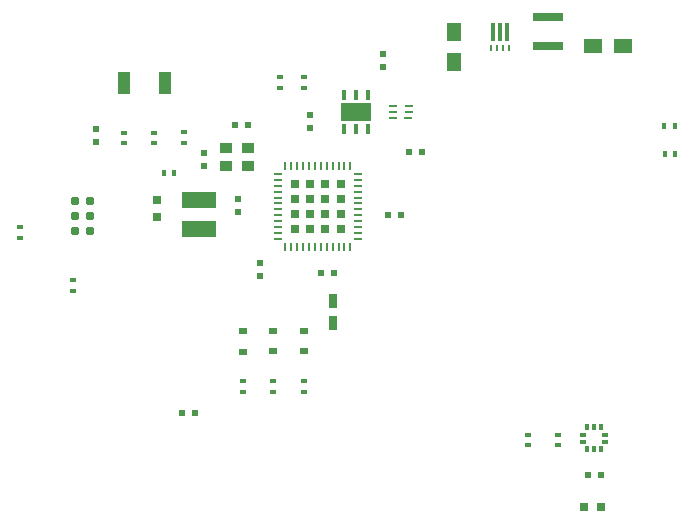
<source format=gbr>
G04 #@! TF.FileFunction,Paste,Top*
%FSLAX46Y46*%
G04 Gerber Fmt 4.6, Leading zero omitted, Abs format (unit mm)*
G04 Created by KiCad (PCBNEW (2016-07-14 BZR 6979)-product) date Monday, September 04, 2017 'PMt' 06:56:33 PM*
%MOMM*%
%LPD*%
G01*
G04 APERTURE LIST*
%ADD10C,0.100000*%
%ADD11C,0.787400*%
%ADD12R,0.400000X0.600000*%
%ADD13R,0.600000X0.400000*%
%ADD14R,3.000000X1.400000*%
%ADD15R,1.250000X1.500000*%
%ADD16R,1.500000X1.250000*%
%ADD17R,0.500000X0.600000*%
%ADD18R,0.600000X0.500000*%
%ADD19R,2.500000X0.750000*%
%ADD20R,0.250000X0.600000*%
%ADD21O,0.250000X0.600000*%
%ADD22R,0.300000X1.500000*%
%ADD23R,0.700000X0.250000*%
%ADD24R,0.250000X0.700000*%
%ADD25R,0.772500X0.772500*%
%ADD26R,0.800000X0.250000*%
%ADD27R,0.650000X0.250000*%
%ADD28R,0.450000X0.850000*%
%ADD29R,2.500000X1.600000*%
%ADD30R,1.000000X0.950000*%
%ADD31R,0.800000X0.600000*%
%ADD32R,0.750000X1.200000*%
%ADD33R,0.800000X0.750000*%
%ADD34R,0.550000X0.400000*%
%ADD35R,0.400000X0.550000*%
%ADD36R,1.000000X1.900000*%
%ADD37R,0.750000X0.800000*%
G04 APERTURE END LIST*
D10*
D11*
X103784400Y-96926400D03*
X103784400Y-95656400D03*
X103784400Y-94386400D03*
X102514400Y-94386400D03*
X102514400Y-95656400D03*
X102514400Y-96926400D03*
D12*
X110940000Y-91948000D03*
X110040000Y-91948000D03*
D13*
X111760000Y-88508000D03*
X111760000Y-89408000D03*
D14*
X113030000Y-96704000D03*
X113030000Y-94304000D03*
D13*
X121920000Y-84778000D03*
X121920000Y-83878000D03*
X119888000Y-84778000D03*
X119888000Y-83878000D03*
D15*
X134620000Y-80080800D03*
X134620000Y-82580800D03*
D16*
X146400200Y-81203800D03*
X148900200Y-81203800D03*
D17*
X122428000Y-88180000D03*
X122428000Y-87080000D03*
D18*
X129040800Y-95529400D03*
X130140800Y-95529400D03*
X117186800Y-87960200D03*
X116086800Y-87960200D03*
D17*
X118160800Y-99576800D03*
X118160800Y-100676800D03*
D18*
X123351200Y-100431600D03*
X124451200Y-100431600D03*
D17*
X113461800Y-91431200D03*
X113461800Y-90331200D03*
X116332000Y-94192000D03*
X116332000Y-95292000D03*
D18*
X130768000Y-90220800D03*
X131868000Y-90220800D03*
D17*
X128574800Y-82998400D03*
X128574800Y-81898400D03*
D19*
X142570200Y-81209600D03*
X142570200Y-78759600D03*
D20*
X137752200Y-81432400D03*
D21*
X138252200Y-81432400D03*
D22*
X137902200Y-80082400D03*
X138502200Y-80082400D03*
X139102200Y-80082400D03*
D21*
X138752200Y-81432400D03*
X139252200Y-81432400D03*
D23*
X119681600Y-92064600D03*
X119681600Y-92564600D03*
X119681600Y-93064600D03*
X119681600Y-93564600D03*
X119681600Y-94064600D03*
X119681600Y-94564600D03*
X119681600Y-95064600D03*
X119681600Y-95564600D03*
X119681600Y-96064600D03*
X119681600Y-96564600D03*
X119681600Y-97064600D03*
X119681600Y-97564600D03*
D24*
X120331600Y-98214600D03*
X120831600Y-98214600D03*
X121331600Y-98214600D03*
X121831600Y-98214600D03*
X122331600Y-98214600D03*
X122831600Y-98214600D03*
X123331600Y-98214600D03*
X123831600Y-98214600D03*
X124331600Y-98214600D03*
X124831600Y-98214600D03*
X125331600Y-98214600D03*
X125831600Y-98214600D03*
D23*
X126481600Y-97564600D03*
X126481600Y-97064600D03*
X126481600Y-96564600D03*
X126481600Y-96064600D03*
X126481600Y-95564600D03*
X126481600Y-95064600D03*
X126481600Y-94564600D03*
X126481600Y-94064600D03*
X126481600Y-93564600D03*
X126481600Y-93064600D03*
X126481600Y-92564600D03*
X126481600Y-92064600D03*
D24*
X125831600Y-91414600D03*
X125331600Y-91414600D03*
X124831600Y-91414600D03*
X124331600Y-91414600D03*
X123831600Y-91414600D03*
X123331600Y-91414600D03*
X122831600Y-91414600D03*
X122331600Y-91414600D03*
X121831600Y-91414600D03*
X121331600Y-91414600D03*
X120831600Y-91414600D03*
X120331600Y-91414600D03*
D25*
X125012850Y-96745850D03*
X125012850Y-95458350D03*
X125012850Y-94170850D03*
X125012850Y-92883350D03*
X123725350Y-96745850D03*
X123725350Y-95458350D03*
X123725350Y-94170850D03*
X123725350Y-92883350D03*
X122437850Y-96745850D03*
X122437850Y-95458350D03*
X122437850Y-94170850D03*
X122437850Y-92883350D03*
X121150350Y-96745850D03*
X121150350Y-95458350D03*
X121150350Y-94170850D03*
X121150350Y-92883350D03*
D26*
X130751235Y-87320865D03*
D27*
X130826235Y-86820865D03*
X130826235Y-86320865D03*
X129476235Y-86320865D03*
X129476235Y-86820865D03*
X129476235Y-87320865D03*
D28*
X125290435Y-88294065D03*
X126290435Y-88294065D03*
X127290435Y-88294065D03*
X127290435Y-85394065D03*
X126290435Y-85394065D03*
X125290435Y-85394065D03*
D29*
X126290435Y-86844065D03*
D30*
X117180800Y-89852200D03*
X115330800Y-89852200D03*
X115330800Y-91402200D03*
X117180800Y-91402200D03*
D31*
X116713000Y-105398200D03*
X116713000Y-107098200D03*
X119303800Y-105372800D03*
X119303800Y-107072800D03*
X121945400Y-105372800D03*
X121945400Y-107072800D03*
D13*
X116713000Y-109582800D03*
X116713000Y-110482800D03*
X119303800Y-109582800D03*
X119303800Y-110482800D03*
X121945400Y-109582800D03*
X121945400Y-110482800D03*
D12*
X152407200Y-88011000D03*
X153307200Y-88011000D03*
X153332600Y-90347800D03*
X152432600Y-90347800D03*
D32*
X124333000Y-102809000D03*
X124333000Y-104709000D03*
D33*
X147079400Y-120269000D03*
X145579400Y-120269000D03*
D18*
X147057200Y-117551200D03*
X145957200Y-117551200D03*
D13*
X102336600Y-101048400D03*
X102336600Y-101948400D03*
X97866200Y-97478000D03*
X97866200Y-96578000D03*
X140893800Y-115029400D03*
X140893800Y-114129400D03*
X143408400Y-115029400D03*
X143408400Y-114129400D03*
D34*
X147376400Y-114727000D03*
X147376400Y-114127000D03*
D35*
X147056400Y-113507000D03*
X146456400Y-113507000D03*
X145856400Y-113507000D03*
D34*
X145536400Y-114127000D03*
X145536400Y-114727000D03*
D35*
X145856400Y-115347000D03*
X146456400Y-115347000D03*
X147056400Y-115347000D03*
D17*
X104292400Y-89373800D03*
X104292400Y-88273800D03*
D13*
X109194600Y-88577000D03*
X109194600Y-89477000D03*
X106705400Y-89477000D03*
X106705400Y-88577000D03*
D36*
X110107200Y-84328000D03*
X106707200Y-84328000D03*
D18*
X111591000Y-112268000D03*
X112691000Y-112268000D03*
D37*
X109474000Y-94246000D03*
X109474000Y-95746000D03*
M02*

</source>
